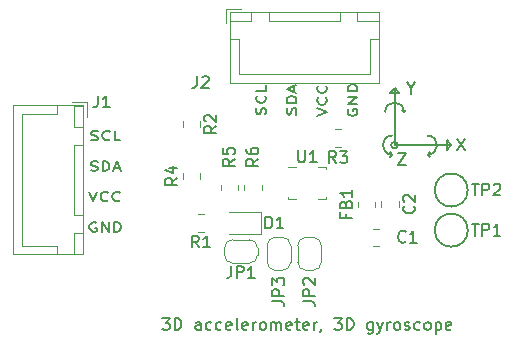
<source format=gbr>
%TF.GenerationSoftware,KiCad,Pcbnew,(6.0.6)*%
%TF.CreationDate,2022-09-15T15:55:45+09:00*%
%TF.ProjectId,LSM6DS3-breakout,4c534d36-4453-4332-9d62-7265616b6f75,rev?*%
%TF.SameCoordinates,Original*%
%TF.FileFunction,Legend,Top*%
%TF.FilePolarity,Positive*%
%FSLAX46Y46*%
G04 Gerber Fmt 4.6, Leading zero omitted, Abs format (unit mm)*
G04 Created by KiCad (PCBNEW (6.0.6)) date 2022-09-15 15:55:45*
%MOMM*%
%LPD*%
G01*
G04 APERTURE LIST*
%ADD10C,0.150000*%
%ADD11C,0.120000*%
G04 APERTURE END LIST*
D10*
X136800000Y-76400000D02*
X136800000Y-77200000D01*
X133200000Y-74000000D02*
X133000000Y-73800000D01*
X135200000Y-77600000D02*
G75*
G03*
X135200000Y-76000000I0J800000D01*
G01*
X137200000Y-76800000D02*
X136800000Y-76400000D01*
X136800000Y-77200000D02*
X137200000Y-76800000D01*
X132400000Y-76800000D02*
X137200000Y-76800000D01*
X132000000Y-72400000D02*
X132800000Y-72400000D01*
X135400000Y-77400000D02*
X135200000Y-77600000D01*
X132400000Y-76800000D02*
X132400000Y-72000000D01*
X132800000Y-72400000D02*
X132400000Y-72000000D01*
X135200000Y-77600000D02*
X135400000Y-77400000D01*
X135200000Y-77600000D02*
X135400000Y-77800000D01*
X132400000Y-72000000D02*
X132000000Y-72400000D01*
X133200000Y-74000000D02*
G75*
G03*
X131600000Y-74000000I-800000J0D01*
G01*
X132682843Y-76800000D02*
G75*
G03*
X132682843Y-76800000I-282843J0D01*
G01*
X132200000Y-76000000D02*
G75*
G03*
X132200000Y-77600000I0J-800000D01*
G01*
X132000000Y-77800000D02*
X132200000Y-77600000D01*
X133200000Y-74000000D02*
X133400000Y-73800000D01*
X132200000Y-77600000D02*
X132000000Y-77400000D01*
X133000000Y-73800000D02*
X133200000Y-74000000D01*
X132666666Y-77452380D02*
X133333333Y-77452380D01*
X132666666Y-78452380D01*
X133333333Y-78452380D01*
X133800000Y-71976190D02*
X133800000Y-72452380D01*
X133466666Y-71452380D02*
X133800000Y-71976190D01*
X134133333Y-71452380D01*
X121459809Y-74190476D02*
X121497904Y-74047619D01*
X121497904Y-73809523D01*
X121459809Y-73714285D01*
X121421714Y-73666666D01*
X121345523Y-73619047D01*
X121269333Y-73619047D01*
X121193142Y-73666666D01*
X121155047Y-73714285D01*
X121116952Y-73809523D01*
X121078857Y-74000000D01*
X121040761Y-74095238D01*
X121002666Y-74142857D01*
X120926476Y-74190476D01*
X120850285Y-74190476D01*
X120774095Y-74142857D01*
X120736000Y-74095238D01*
X120697904Y-74000000D01*
X120697904Y-73761904D01*
X120736000Y-73619047D01*
X121421714Y-72619047D02*
X121459809Y-72666666D01*
X121497904Y-72809523D01*
X121497904Y-72904761D01*
X121459809Y-73047619D01*
X121383619Y-73142857D01*
X121307428Y-73190476D01*
X121155047Y-73238095D01*
X121040761Y-73238095D01*
X120888380Y-73190476D01*
X120812190Y-73142857D01*
X120736000Y-73047619D01*
X120697904Y-72904761D01*
X120697904Y-72809523D01*
X120736000Y-72666666D01*
X120774095Y-72619047D01*
X121497904Y-71714285D02*
X121497904Y-72190476D01*
X120697904Y-72190476D01*
X124035809Y-74214285D02*
X124073904Y-74071428D01*
X124073904Y-73833333D01*
X124035809Y-73738095D01*
X123997714Y-73690476D01*
X123921523Y-73642857D01*
X123845333Y-73642857D01*
X123769142Y-73690476D01*
X123731047Y-73738095D01*
X123692952Y-73833333D01*
X123654857Y-74023809D01*
X123616761Y-74119047D01*
X123578666Y-74166666D01*
X123502476Y-74214285D01*
X123426285Y-74214285D01*
X123350095Y-74166666D01*
X123312000Y-74119047D01*
X123273904Y-74023809D01*
X123273904Y-73785714D01*
X123312000Y-73642857D01*
X124073904Y-73214285D02*
X123273904Y-73214285D01*
X123273904Y-72976190D01*
X123312000Y-72833333D01*
X123388190Y-72738095D01*
X123464380Y-72690476D01*
X123616761Y-72642857D01*
X123731047Y-72642857D01*
X123883428Y-72690476D01*
X123959619Y-72738095D01*
X124035809Y-72833333D01*
X124073904Y-72976190D01*
X124073904Y-73214285D01*
X123845333Y-72261904D02*
X123845333Y-71785714D01*
X124073904Y-72357142D02*
X123273904Y-72023809D01*
X124073904Y-71690476D01*
X125849904Y-74333333D02*
X126649904Y-74000000D01*
X125849904Y-73666666D01*
X126573714Y-72761904D02*
X126611809Y-72809523D01*
X126649904Y-72952380D01*
X126649904Y-73047619D01*
X126611809Y-73190476D01*
X126535619Y-73285714D01*
X126459428Y-73333333D01*
X126307047Y-73380952D01*
X126192761Y-73380952D01*
X126040380Y-73333333D01*
X125964190Y-73285714D01*
X125888000Y-73190476D01*
X125849904Y-73047619D01*
X125849904Y-72952380D01*
X125888000Y-72809523D01*
X125926095Y-72761904D01*
X126573714Y-71761904D02*
X126611809Y-71809523D01*
X126649904Y-71952380D01*
X126649904Y-72047619D01*
X126611809Y-72190476D01*
X126535619Y-72285714D01*
X126459428Y-72333333D01*
X126307047Y-72380952D01*
X126192761Y-72380952D01*
X126040380Y-72333333D01*
X125964190Y-72285714D01*
X125888000Y-72190476D01*
X125849904Y-72047619D01*
X125849904Y-71952380D01*
X125888000Y-71809523D01*
X125926095Y-71761904D01*
X128464000Y-73761904D02*
X128425904Y-73857142D01*
X128425904Y-74000000D01*
X128464000Y-74142857D01*
X128540190Y-74238095D01*
X128616380Y-74285714D01*
X128768761Y-74333333D01*
X128883047Y-74333333D01*
X129035428Y-74285714D01*
X129111619Y-74238095D01*
X129187809Y-74142857D01*
X129225904Y-74000000D01*
X129225904Y-73904761D01*
X129187809Y-73761904D01*
X129149714Y-73714285D01*
X128883047Y-73714285D01*
X128883047Y-73904761D01*
X129225904Y-73285714D02*
X128425904Y-73285714D01*
X129225904Y-72714285D01*
X128425904Y-72714285D01*
X129225904Y-72238095D02*
X128425904Y-72238095D01*
X128425904Y-72000000D01*
X128464000Y-71857142D01*
X128540190Y-71761904D01*
X128616380Y-71714285D01*
X128768761Y-71666666D01*
X128883047Y-71666666D01*
X129035428Y-71714285D01*
X129111619Y-71761904D01*
X129187809Y-71857142D01*
X129225904Y-72000000D01*
X129225904Y-72238095D01*
X106709523Y-76359809D02*
X106852380Y-76397904D01*
X107090476Y-76397904D01*
X107185714Y-76359809D01*
X107233333Y-76321714D01*
X107280952Y-76245523D01*
X107280952Y-76169333D01*
X107233333Y-76093142D01*
X107185714Y-76055047D01*
X107090476Y-76016952D01*
X106900000Y-75978857D01*
X106804761Y-75940761D01*
X106757142Y-75902666D01*
X106709523Y-75826476D01*
X106709523Y-75750285D01*
X106757142Y-75674095D01*
X106804761Y-75636000D01*
X106900000Y-75597904D01*
X107138095Y-75597904D01*
X107280952Y-75636000D01*
X108280952Y-76321714D02*
X108233333Y-76359809D01*
X108090476Y-76397904D01*
X107995238Y-76397904D01*
X107852380Y-76359809D01*
X107757142Y-76283619D01*
X107709523Y-76207428D01*
X107661904Y-76055047D01*
X107661904Y-75940761D01*
X107709523Y-75788380D01*
X107757142Y-75712190D01*
X107852380Y-75636000D01*
X107995238Y-75597904D01*
X108090476Y-75597904D01*
X108233333Y-75636000D01*
X108280952Y-75674095D01*
X109185714Y-76397904D02*
X108709523Y-76397904D01*
X108709523Y-75597904D01*
X106685714Y-78935809D02*
X106828571Y-78973904D01*
X107066666Y-78973904D01*
X107161904Y-78935809D01*
X107209523Y-78897714D01*
X107257142Y-78821523D01*
X107257142Y-78745333D01*
X107209523Y-78669142D01*
X107161904Y-78631047D01*
X107066666Y-78592952D01*
X106876190Y-78554857D01*
X106780952Y-78516761D01*
X106733333Y-78478666D01*
X106685714Y-78402476D01*
X106685714Y-78326285D01*
X106733333Y-78250095D01*
X106780952Y-78212000D01*
X106876190Y-78173904D01*
X107114285Y-78173904D01*
X107257142Y-78212000D01*
X107685714Y-78973904D02*
X107685714Y-78173904D01*
X107923809Y-78173904D01*
X108066666Y-78212000D01*
X108161904Y-78288190D01*
X108209523Y-78364380D01*
X108257142Y-78516761D01*
X108257142Y-78631047D01*
X108209523Y-78783428D01*
X108161904Y-78859619D01*
X108066666Y-78935809D01*
X107923809Y-78973904D01*
X107685714Y-78973904D01*
X108638095Y-78745333D02*
X109114285Y-78745333D01*
X108542857Y-78973904D02*
X108876190Y-78173904D01*
X109209523Y-78973904D01*
X106566666Y-80749904D02*
X106900000Y-81549904D01*
X107233333Y-80749904D01*
X108138095Y-81473714D02*
X108090476Y-81511809D01*
X107947619Y-81549904D01*
X107852380Y-81549904D01*
X107709523Y-81511809D01*
X107614285Y-81435619D01*
X107566666Y-81359428D01*
X107519047Y-81207047D01*
X107519047Y-81092761D01*
X107566666Y-80940380D01*
X107614285Y-80864190D01*
X107709523Y-80788000D01*
X107852380Y-80749904D01*
X107947619Y-80749904D01*
X108090476Y-80788000D01*
X108138095Y-80826095D01*
X109138095Y-81473714D02*
X109090476Y-81511809D01*
X108947619Y-81549904D01*
X108852380Y-81549904D01*
X108709523Y-81511809D01*
X108614285Y-81435619D01*
X108566666Y-81359428D01*
X108519047Y-81207047D01*
X108519047Y-81092761D01*
X108566666Y-80940380D01*
X108614285Y-80864190D01*
X108709523Y-80788000D01*
X108852380Y-80749904D01*
X108947619Y-80749904D01*
X109090476Y-80788000D01*
X109138095Y-80826095D01*
X107138095Y-83364000D02*
X107042857Y-83325904D01*
X106900000Y-83325904D01*
X106757142Y-83364000D01*
X106661904Y-83440190D01*
X106614285Y-83516380D01*
X106566666Y-83668761D01*
X106566666Y-83783047D01*
X106614285Y-83935428D01*
X106661904Y-84011619D01*
X106757142Y-84087809D01*
X106900000Y-84125904D01*
X106995238Y-84125904D01*
X107138095Y-84087809D01*
X107185714Y-84049714D01*
X107185714Y-83783047D01*
X106995238Y-83783047D01*
X107614285Y-84125904D02*
X107614285Y-83325904D01*
X108185714Y-84125904D01*
X108185714Y-83325904D01*
X108661904Y-84125904D02*
X108661904Y-83325904D01*
X108900000Y-83325904D01*
X109042857Y-83364000D01*
X109138095Y-83440190D01*
X109185714Y-83516380D01*
X109233333Y-83668761D01*
X109233333Y-83783047D01*
X109185714Y-83935428D01*
X109138095Y-84011619D01*
X109042857Y-84087809D01*
X108900000Y-84125904D01*
X108661904Y-84125904D01*
X137666666Y-76252380D02*
X138333333Y-77252380D01*
X138333333Y-76252380D02*
X137666666Y-77252380D01*
X112738095Y-91452380D02*
X113357142Y-91452380D01*
X113023809Y-91833333D01*
X113166666Y-91833333D01*
X113261904Y-91880952D01*
X113309523Y-91928571D01*
X113357142Y-92023809D01*
X113357142Y-92261904D01*
X113309523Y-92357142D01*
X113261904Y-92404761D01*
X113166666Y-92452380D01*
X112880952Y-92452380D01*
X112785714Y-92404761D01*
X112738095Y-92357142D01*
X113785714Y-92452380D02*
X113785714Y-91452380D01*
X114023809Y-91452380D01*
X114166666Y-91500000D01*
X114261904Y-91595238D01*
X114309523Y-91690476D01*
X114357142Y-91880952D01*
X114357142Y-92023809D01*
X114309523Y-92214285D01*
X114261904Y-92309523D01*
X114166666Y-92404761D01*
X114023809Y-92452380D01*
X113785714Y-92452380D01*
X115976190Y-92452380D02*
X115976190Y-91928571D01*
X115928571Y-91833333D01*
X115833333Y-91785714D01*
X115642857Y-91785714D01*
X115547619Y-91833333D01*
X115976190Y-92404761D02*
X115880952Y-92452380D01*
X115642857Y-92452380D01*
X115547619Y-92404761D01*
X115500000Y-92309523D01*
X115500000Y-92214285D01*
X115547619Y-92119047D01*
X115642857Y-92071428D01*
X115880952Y-92071428D01*
X115976190Y-92023809D01*
X116880952Y-92404761D02*
X116785714Y-92452380D01*
X116595238Y-92452380D01*
X116500000Y-92404761D01*
X116452380Y-92357142D01*
X116404761Y-92261904D01*
X116404761Y-91976190D01*
X116452380Y-91880952D01*
X116500000Y-91833333D01*
X116595238Y-91785714D01*
X116785714Y-91785714D01*
X116880952Y-91833333D01*
X117738095Y-92404761D02*
X117642857Y-92452380D01*
X117452380Y-92452380D01*
X117357142Y-92404761D01*
X117309523Y-92357142D01*
X117261904Y-92261904D01*
X117261904Y-91976190D01*
X117309523Y-91880952D01*
X117357142Y-91833333D01*
X117452380Y-91785714D01*
X117642857Y-91785714D01*
X117738095Y-91833333D01*
X118547619Y-92404761D02*
X118452380Y-92452380D01*
X118261904Y-92452380D01*
X118166666Y-92404761D01*
X118119047Y-92309523D01*
X118119047Y-91928571D01*
X118166666Y-91833333D01*
X118261904Y-91785714D01*
X118452380Y-91785714D01*
X118547619Y-91833333D01*
X118595238Y-91928571D01*
X118595238Y-92023809D01*
X118119047Y-92119047D01*
X119166666Y-92452380D02*
X119071428Y-92404761D01*
X119023809Y-92309523D01*
X119023809Y-91452380D01*
X119928571Y-92404761D02*
X119833333Y-92452380D01*
X119642857Y-92452380D01*
X119547619Y-92404761D01*
X119500000Y-92309523D01*
X119500000Y-91928571D01*
X119547619Y-91833333D01*
X119642857Y-91785714D01*
X119833333Y-91785714D01*
X119928571Y-91833333D01*
X119976190Y-91928571D01*
X119976190Y-92023809D01*
X119500000Y-92119047D01*
X120404761Y-92452380D02*
X120404761Y-91785714D01*
X120404761Y-91976190D02*
X120452380Y-91880952D01*
X120500000Y-91833333D01*
X120595238Y-91785714D01*
X120690476Y-91785714D01*
X121166666Y-92452380D02*
X121071428Y-92404761D01*
X121023809Y-92357142D01*
X120976190Y-92261904D01*
X120976190Y-91976190D01*
X121023809Y-91880952D01*
X121071428Y-91833333D01*
X121166666Y-91785714D01*
X121309523Y-91785714D01*
X121404761Y-91833333D01*
X121452380Y-91880952D01*
X121500000Y-91976190D01*
X121500000Y-92261904D01*
X121452380Y-92357142D01*
X121404761Y-92404761D01*
X121309523Y-92452380D01*
X121166666Y-92452380D01*
X121928571Y-92452380D02*
X121928571Y-91785714D01*
X121928571Y-91880952D02*
X121976190Y-91833333D01*
X122071428Y-91785714D01*
X122214285Y-91785714D01*
X122309523Y-91833333D01*
X122357142Y-91928571D01*
X122357142Y-92452380D01*
X122357142Y-91928571D02*
X122404761Y-91833333D01*
X122500000Y-91785714D01*
X122642857Y-91785714D01*
X122738095Y-91833333D01*
X122785714Y-91928571D01*
X122785714Y-92452380D01*
X123642857Y-92404761D02*
X123547619Y-92452380D01*
X123357142Y-92452380D01*
X123261904Y-92404761D01*
X123214285Y-92309523D01*
X123214285Y-91928571D01*
X123261904Y-91833333D01*
X123357142Y-91785714D01*
X123547619Y-91785714D01*
X123642857Y-91833333D01*
X123690476Y-91928571D01*
X123690476Y-92023809D01*
X123214285Y-92119047D01*
X123976190Y-91785714D02*
X124357142Y-91785714D01*
X124119047Y-91452380D02*
X124119047Y-92309523D01*
X124166666Y-92404761D01*
X124261904Y-92452380D01*
X124357142Y-92452380D01*
X125071428Y-92404761D02*
X124976190Y-92452380D01*
X124785714Y-92452380D01*
X124690476Y-92404761D01*
X124642857Y-92309523D01*
X124642857Y-91928571D01*
X124690476Y-91833333D01*
X124785714Y-91785714D01*
X124976190Y-91785714D01*
X125071428Y-91833333D01*
X125119047Y-91928571D01*
X125119047Y-92023809D01*
X124642857Y-92119047D01*
X125547619Y-92452380D02*
X125547619Y-91785714D01*
X125547619Y-91976190D02*
X125595238Y-91880952D01*
X125642857Y-91833333D01*
X125738095Y-91785714D01*
X125833333Y-91785714D01*
X126214285Y-92404761D02*
X126214285Y-92452380D01*
X126166666Y-92547619D01*
X126119047Y-92595238D01*
X127309523Y-91452380D02*
X127928571Y-91452380D01*
X127595238Y-91833333D01*
X127738095Y-91833333D01*
X127833333Y-91880952D01*
X127880952Y-91928571D01*
X127928571Y-92023809D01*
X127928571Y-92261904D01*
X127880952Y-92357142D01*
X127833333Y-92404761D01*
X127738095Y-92452380D01*
X127452380Y-92452380D01*
X127357142Y-92404761D01*
X127309523Y-92357142D01*
X128357142Y-92452380D02*
X128357142Y-91452380D01*
X128595238Y-91452380D01*
X128738095Y-91500000D01*
X128833333Y-91595238D01*
X128880952Y-91690476D01*
X128928571Y-91880952D01*
X128928571Y-92023809D01*
X128880952Y-92214285D01*
X128833333Y-92309523D01*
X128738095Y-92404761D01*
X128595238Y-92452380D01*
X128357142Y-92452380D01*
X130547619Y-91785714D02*
X130547619Y-92595238D01*
X130500000Y-92690476D01*
X130452380Y-92738095D01*
X130357142Y-92785714D01*
X130214285Y-92785714D01*
X130119047Y-92738095D01*
X130547619Y-92404761D02*
X130452380Y-92452380D01*
X130261904Y-92452380D01*
X130166666Y-92404761D01*
X130119047Y-92357142D01*
X130071428Y-92261904D01*
X130071428Y-91976190D01*
X130119047Y-91880952D01*
X130166666Y-91833333D01*
X130261904Y-91785714D01*
X130452380Y-91785714D01*
X130547619Y-91833333D01*
X130928571Y-91785714D02*
X131166666Y-92452380D01*
X131404761Y-91785714D02*
X131166666Y-92452380D01*
X131071428Y-92690476D01*
X131023809Y-92738095D01*
X130928571Y-92785714D01*
X131785714Y-92452380D02*
X131785714Y-91785714D01*
X131785714Y-91976190D02*
X131833333Y-91880952D01*
X131880952Y-91833333D01*
X131976190Y-91785714D01*
X132071428Y-91785714D01*
X132547619Y-92452380D02*
X132452380Y-92404761D01*
X132404761Y-92357142D01*
X132357142Y-92261904D01*
X132357142Y-91976190D01*
X132404761Y-91880952D01*
X132452380Y-91833333D01*
X132547619Y-91785714D01*
X132690476Y-91785714D01*
X132785714Y-91833333D01*
X132833333Y-91880952D01*
X132880952Y-91976190D01*
X132880952Y-92261904D01*
X132833333Y-92357142D01*
X132785714Y-92404761D01*
X132690476Y-92452380D01*
X132547619Y-92452380D01*
X133261904Y-92404761D02*
X133357142Y-92452380D01*
X133547619Y-92452380D01*
X133642857Y-92404761D01*
X133690476Y-92309523D01*
X133690476Y-92261904D01*
X133642857Y-92166666D01*
X133547619Y-92119047D01*
X133404761Y-92119047D01*
X133309523Y-92071428D01*
X133261904Y-91976190D01*
X133261904Y-91928571D01*
X133309523Y-91833333D01*
X133404761Y-91785714D01*
X133547619Y-91785714D01*
X133642857Y-91833333D01*
X134547619Y-92404761D02*
X134452380Y-92452380D01*
X134261904Y-92452380D01*
X134166666Y-92404761D01*
X134119047Y-92357142D01*
X134071428Y-92261904D01*
X134071428Y-91976190D01*
X134119047Y-91880952D01*
X134166666Y-91833333D01*
X134261904Y-91785714D01*
X134452380Y-91785714D01*
X134547619Y-91833333D01*
X135119047Y-92452380D02*
X135023809Y-92404761D01*
X134976190Y-92357142D01*
X134928571Y-92261904D01*
X134928571Y-91976190D01*
X134976190Y-91880952D01*
X135023809Y-91833333D01*
X135119047Y-91785714D01*
X135261904Y-91785714D01*
X135357142Y-91833333D01*
X135404761Y-91880952D01*
X135452380Y-91976190D01*
X135452380Y-92261904D01*
X135404761Y-92357142D01*
X135357142Y-92404761D01*
X135261904Y-92452380D01*
X135119047Y-92452380D01*
X135880952Y-91785714D02*
X135880952Y-92785714D01*
X135880952Y-91833333D02*
X135976190Y-91785714D01*
X136166666Y-91785714D01*
X136261904Y-91833333D01*
X136309523Y-91880952D01*
X136357142Y-91976190D01*
X136357142Y-92261904D01*
X136309523Y-92357142D01*
X136261904Y-92404761D01*
X136166666Y-92452380D01*
X135976190Y-92452380D01*
X135880952Y-92404761D01*
X137166666Y-92404761D02*
X137071428Y-92452380D01*
X136880952Y-92452380D01*
X136785714Y-92404761D01*
X136738095Y-92309523D01*
X136738095Y-91928571D01*
X136785714Y-91833333D01*
X136880952Y-91785714D01*
X137071428Y-91785714D01*
X137166666Y-91833333D01*
X137214285Y-91928571D01*
X137214285Y-92023809D01*
X136738095Y-92119047D01*
%TO.C,C1*%
X133333333Y-84957142D02*
X133285714Y-85004761D01*
X133142857Y-85052380D01*
X133047619Y-85052380D01*
X132904761Y-85004761D01*
X132809523Y-84909523D01*
X132761904Y-84814285D01*
X132714285Y-84623809D01*
X132714285Y-84480952D01*
X132761904Y-84290476D01*
X132809523Y-84195238D01*
X132904761Y-84100000D01*
X133047619Y-84052380D01*
X133142857Y-84052380D01*
X133285714Y-84100000D01*
X133333333Y-84147619D01*
X134285714Y-85052380D02*
X133714285Y-85052380D01*
X134000000Y-85052380D02*
X134000000Y-84052380D01*
X133904761Y-84195238D01*
X133809523Y-84290476D01*
X133714285Y-84338095D01*
%TO.C,R3*%
X127433333Y-78302380D02*
X127100000Y-77826190D01*
X126861904Y-78302380D02*
X126861904Y-77302380D01*
X127242857Y-77302380D01*
X127338095Y-77350000D01*
X127385714Y-77397619D01*
X127433333Y-77492857D01*
X127433333Y-77635714D01*
X127385714Y-77730952D01*
X127338095Y-77778571D01*
X127242857Y-77826190D01*
X126861904Y-77826190D01*
X127766666Y-77302380D02*
X128385714Y-77302380D01*
X128052380Y-77683333D01*
X128195238Y-77683333D01*
X128290476Y-77730952D01*
X128338095Y-77778571D01*
X128385714Y-77873809D01*
X128385714Y-78111904D01*
X128338095Y-78207142D01*
X128290476Y-78254761D01*
X128195238Y-78302380D01*
X127909523Y-78302380D01*
X127814285Y-78254761D01*
X127766666Y-78207142D01*
%TO.C,FB1*%
X128278571Y-82633333D02*
X128278571Y-82966666D01*
X128802380Y-82966666D02*
X127802380Y-82966666D01*
X127802380Y-82490476D01*
X128278571Y-81776190D02*
X128326190Y-81633333D01*
X128373809Y-81585714D01*
X128469047Y-81538095D01*
X128611904Y-81538095D01*
X128707142Y-81585714D01*
X128754761Y-81633333D01*
X128802380Y-81728571D01*
X128802380Y-82109523D01*
X127802380Y-82109523D01*
X127802380Y-81776190D01*
X127850000Y-81680952D01*
X127897619Y-81633333D01*
X127992857Y-81585714D01*
X128088095Y-81585714D01*
X128183333Y-81633333D01*
X128230952Y-81680952D01*
X128278571Y-81776190D01*
X128278571Y-82109523D01*
X128802380Y-80585714D02*
X128802380Y-81157142D01*
X128802380Y-80871428D02*
X127802380Y-80871428D01*
X127945238Y-80966666D01*
X128040476Y-81061904D01*
X128088095Y-81157142D01*
%TO.C,TP2*%
X138938095Y-80052380D02*
X139509523Y-80052380D01*
X139223809Y-81052380D02*
X139223809Y-80052380D01*
X139842857Y-81052380D02*
X139842857Y-80052380D01*
X140223809Y-80052380D01*
X140319047Y-80100000D01*
X140366666Y-80147619D01*
X140414285Y-80242857D01*
X140414285Y-80385714D01*
X140366666Y-80480952D01*
X140319047Y-80528571D01*
X140223809Y-80576190D01*
X139842857Y-80576190D01*
X140795238Y-80147619D02*
X140842857Y-80100000D01*
X140938095Y-80052380D01*
X141176190Y-80052380D01*
X141271428Y-80100000D01*
X141319047Y-80147619D01*
X141366666Y-80242857D01*
X141366666Y-80338095D01*
X141319047Y-80480952D01*
X140747619Y-81052380D01*
X141366666Y-81052380D01*
%TO.C,J2*%
X115666666Y-70962380D02*
X115666666Y-71676666D01*
X115619047Y-71819523D01*
X115523809Y-71914761D01*
X115380952Y-71962380D01*
X115285714Y-71962380D01*
X116095238Y-71057619D02*
X116142857Y-71010000D01*
X116238095Y-70962380D01*
X116476190Y-70962380D01*
X116571428Y-71010000D01*
X116619047Y-71057619D01*
X116666666Y-71152857D01*
X116666666Y-71248095D01*
X116619047Y-71390952D01*
X116047619Y-71962380D01*
X116666666Y-71962380D01*
%TO.C,U1*%
X124238095Y-77252380D02*
X124238095Y-78061904D01*
X124285714Y-78157142D01*
X124333333Y-78204761D01*
X124428571Y-78252380D01*
X124619047Y-78252380D01*
X124714285Y-78204761D01*
X124761904Y-78157142D01*
X124809523Y-78061904D01*
X124809523Y-77252380D01*
X125809523Y-78252380D02*
X125238095Y-78252380D01*
X125523809Y-78252380D02*
X125523809Y-77252380D01*
X125428571Y-77395238D01*
X125333333Y-77490476D01*
X125238095Y-77538095D01*
%TO.C,R6*%
X120852380Y-77966666D02*
X120376190Y-78300000D01*
X120852380Y-78538095D02*
X119852380Y-78538095D01*
X119852380Y-78157142D01*
X119900000Y-78061904D01*
X119947619Y-78014285D01*
X120042857Y-77966666D01*
X120185714Y-77966666D01*
X120280952Y-78014285D01*
X120328571Y-78061904D01*
X120376190Y-78157142D01*
X120376190Y-78538095D01*
X119852380Y-77109523D02*
X119852380Y-77300000D01*
X119900000Y-77395238D01*
X119947619Y-77442857D01*
X120090476Y-77538095D01*
X120280952Y-77585714D01*
X120661904Y-77585714D01*
X120757142Y-77538095D01*
X120804761Y-77490476D01*
X120852380Y-77395238D01*
X120852380Y-77204761D01*
X120804761Y-77109523D01*
X120757142Y-77061904D01*
X120661904Y-77014285D01*
X120423809Y-77014285D01*
X120328571Y-77061904D01*
X120280952Y-77109523D01*
X120233333Y-77204761D01*
X120233333Y-77395238D01*
X120280952Y-77490476D01*
X120328571Y-77538095D01*
X120423809Y-77585714D01*
%TO.C,R2*%
X117302380Y-75166666D02*
X116826190Y-75500000D01*
X117302380Y-75738095D02*
X116302380Y-75738095D01*
X116302380Y-75357142D01*
X116350000Y-75261904D01*
X116397619Y-75214285D01*
X116492857Y-75166666D01*
X116635714Y-75166666D01*
X116730952Y-75214285D01*
X116778571Y-75261904D01*
X116826190Y-75357142D01*
X116826190Y-75738095D01*
X116397619Y-74785714D02*
X116350000Y-74738095D01*
X116302380Y-74642857D01*
X116302380Y-74404761D01*
X116350000Y-74309523D01*
X116397619Y-74261904D01*
X116492857Y-74214285D01*
X116588095Y-74214285D01*
X116730952Y-74261904D01*
X117302380Y-74833333D01*
X117302380Y-74214285D01*
%TO.C,JP1*%
X118566666Y-87052380D02*
X118566666Y-87766666D01*
X118519047Y-87909523D01*
X118423809Y-88004761D01*
X118280952Y-88052380D01*
X118185714Y-88052380D01*
X119042857Y-88052380D02*
X119042857Y-87052380D01*
X119423809Y-87052380D01*
X119519047Y-87100000D01*
X119566666Y-87147619D01*
X119614285Y-87242857D01*
X119614285Y-87385714D01*
X119566666Y-87480952D01*
X119519047Y-87528571D01*
X119423809Y-87576190D01*
X119042857Y-87576190D01*
X120566666Y-88052380D02*
X119995238Y-88052380D01*
X120280952Y-88052380D02*
X120280952Y-87052380D01*
X120185714Y-87195238D01*
X120090476Y-87290476D01*
X119995238Y-87338095D01*
%TO.C,JP3*%
X122052380Y-90033333D02*
X122766666Y-90033333D01*
X122909523Y-90080952D01*
X123004761Y-90176190D01*
X123052380Y-90319047D01*
X123052380Y-90414285D01*
X123052380Y-89557142D02*
X122052380Y-89557142D01*
X122052380Y-89176190D01*
X122100000Y-89080952D01*
X122147619Y-89033333D01*
X122242857Y-88985714D01*
X122385714Y-88985714D01*
X122480952Y-89033333D01*
X122528571Y-89080952D01*
X122576190Y-89176190D01*
X122576190Y-89557142D01*
X122052380Y-88652380D02*
X122052380Y-88033333D01*
X122433333Y-88366666D01*
X122433333Y-88223809D01*
X122480952Y-88128571D01*
X122528571Y-88080952D01*
X122623809Y-88033333D01*
X122861904Y-88033333D01*
X122957142Y-88080952D01*
X123004761Y-88128571D01*
X123052380Y-88223809D01*
X123052380Y-88509523D01*
X123004761Y-88604761D01*
X122957142Y-88652380D01*
%TO.C,J1*%
X107266666Y-72602380D02*
X107266666Y-73316666D01*
X107219047Y-73459523D01*
X107123809Y-73554761D01*
X106980952Y-73602380D01*
X106885714Y-73602380D01*
X108266666Y-73602380D02*
X107695238Y-73602380D01*
X107980952Y-73602380D02*
X107980952Y-72602380D01*
X107885714Y-72745238D01*
X107790476Y-72840476D01*
X107695238Y-72888095D01*
%TO.C,R1*%
X115833333Y-85452380D02*
X115500000Y-84976190D01*
X115261904Y-85452380D02*
X115261904Y-84452380D01*
X115642857Y-84452380D01*
X115738095Y-84500000D01*
X115785714Y-84547619D01*
X115833333Y-84642857D01*
X115833333Y-84785714D01*
X115785714Y-84880952D01*
X115738095Y-84928571D01*
X115642857Y-84976190D01*
X115261904Y-84976190D01*
X116785714Y-85452380D02*
X116214285Y-85452380D01*
X116500000Y-85452380D02*
X116500000Y-84452380D01*
X116404761Y-84595238D01*
X116309523Y-84690476D01*
X116214285Y-84738095D01*
%TO.C,D1*%
X121461904Y-83852380D02*
X121461904Y-82852380D01*
X121700000Y-82852380D01*
X121842857Y-82900000D01*
X121938095Y-82995238D01*
X121985714Y-83090476D01*
X122033333Y-83280952D01*
X122033333Y-83423809D01*
X121985714Y-83614285D01*
X121938095Y-83709523D01*
X121842857Y-83804761D01*
X121700000Y-83852380D01*
X121461904Y-83852380D01*
X122985714Y-83852380D02*
X122414285Y-83852380D01*
X122700000Y-83852380D02*
X122700000Y-82852380D01*
X122604761Y-82995238D01*
X122509523Y-83090476D01*
X122414285Y-83138095D01*
%TO.C,JP2*%
X124652380Y-90033333D02*
X125366666Y-90033333D01*
X125509523Y-90080952D01*
X125604761Y-90176190D01*
X125652380Y-90319047D01*
X125652380Y-90414285D01*
X125652380Y-89557142D02*
X124652380Y-89557142D01*
X124652380Y-89176190D01*
X124700000Y-89080952D01*
X124747619Y-89033333D01*
X124842857Y-88985714D01*
X124985714Y-88985714D01*
X125080952Y-89033333D01*
X125128571Y-89080952D01*
X125176190Y-89176190D01*
X125176190Y-89557142D01*
X124747619Y-88604761D02*
X124700000Y-88557142D01*
X124652380Y-88461904D01*
X124652380Y-88223809D01*
X124700000Y-88128571D01*
X124747619Y-88080952D01*
X124842857Y-88033333D01*
X124938095Y-88033333D01*
X125080952Y-88080952D01*
X125652380Y-88652380D01*
X125652380Y-88033333D01*
%TO.C,R4*%
X114002380Y-79566666D02*
X113526190Y-79900000D01*
X114002380Y-80138095D02*
X113002380Y-80138095D01*
X113002380Y-79757142D01*
X113050000Y-79661904D01*
X113097619Y-79614285D01*
X113192857Y-79566666D01*
X113335714Y-79566666D01*
X113430952Y-79614285D01*
X113478571Y-79661904D01*
X113526190Y-79757142D01*
X113526190Y-80138095D01*
X113335714Y-78709523D02*
X114002380Y-78709523D01*
X112954761Y-78947619D02*
X113669047Y-79185714D01*
X113669047Y-78566666D01*
%TO.C,C2*%
X134037142Y-81966666D02*
X134084761Y-82014285D01*
X134132380Y-82157142D01*
X134132380Y-82252380D01*
X134084761Y-82395238D01*
X133989523Y-82490476D01*
X133894285Y-82538095D01*
X133703809Y-82585714D01*
X133560952Y-82585714D01*
X133370476Y-82538095D01*
X133275238Y-82490476D01*
X133180000Y-82395238D01*
X133132380Y-82252380D01*
X133132380Y-82157142D01*
X133180000Y-82014285D01*
X133227619Y-81966666D01*
X133227619Y-81585714D02*
X133180000Y-81538095D01*
X133132380Y-81442857D01*
X133132380Y-81204761D01*
X133180000Y-81109523D01*
X133227619Y-81061904D01*
X133322857Y-81014285D01*
X133418095Y-81014285D01*
X133560952Y-81061904D01*
X134132380Y-81633333D01*
X134132380Y-81014285D01*
%TO.C,TP1*%
X138938095Y-83452380D02*
X139509523Y-83452380D01*
X139223809Y-84452380D02*
X139223809Y-83452380D01*
X139842857Y-84452380D02*
X139842857Y-83452380D01*
X140223809Y-83452380D01*
X140319047Y-83500000D01*
X140366666Y-83547619D01*
X140414285Y-83642857D01*
X140414285Y-83785714D01*
X140366666Y-83880952D01*
X140319047Y-83928571D01*
X140223809Y-83976190D01*
X139842857Y-83976190D01*
X141366666Y-84452380D02*
X140795238Y-84452380D01*
X141080952Y-84452380D02*
X141080952Y-83452380D01*
X140985714Y-83595238D01*
X140890476Y-83690476D01*
X140795238Y-83738095D01*
%TO.C,R5*%
X118852380Y-77966666D02*
X118376190Y-78300000D01*
X118852380Y-78538095D02*
X117852380Y-78538095D01*
X117852380Y-78157142D01*
X117900000Y-78061904D01*
X117947619Y-78014285D01*
X118042857Y-77966666D01*
X118185714Y-77966666D01*
X118280952Y-78014285D01*
X118328571Y-78061904D01*
X118376190Y-78157142D01*
X118376190Y-78538095D01*
X117852380Y-77061904D02*
X117852380Y-77538095D01*
X118328571Y-77585714D01*
X118280952Y-77538095D01*
X118233333Y-77442857D01*
X118233333Y-77204761D01*
X118280952Y-77109523D01*
X118328571Y-77061904D01*
X118423809Y-77014285D01*
X118661904Y-77014285D01*
X118757142Y-77061904D01*
X118804761Y-77109523D01*
X118852380Y-77204761D01*
X118852380Y-77442857D01*
X118804761Y-77538095D01*
X118757142Y-77585714D01*
D11*
%TO.C,C1*%
X130538748Y-83865000D02*
X131061252Y-83865000D01*
X130538748Y-85335000D02*
X131061252Y-85335000D01*
%TO.C,R3*%
X127827064Y-76935000D02*
X127372936Y-76935000D01*
X127827064Y-75465000D02*
X127372936Y-75465000D01*
%TO.C,FB1*%
X130735000Y-82027064D02*
X130735000Y-81572936D01*
X129265000Y-82027064D02*
X129265000Y-81572936D01*
D10*
%TO.C,TP2*%
X138600000Y-80600000D02*
G75*
G03*
X138600000Y-80600000I-1400000J0D01*
G01*
D11*
%TO.C,J2*%
X131050000Y-66300000D02*
X131050000Y-65550000D01*
X130300000Y-70750000D02*
X124750000Y-70750000D01*
X118450000Y-66300000D02*
X120250000Y-66300000D01*
X118440000Y-71510000D02*
X131060000Y-71510000D01*
X118450000Y-67800000D02*
X119200000Y-67800000D01*
X118440000Y-65540000D02*
X118440000Y-71510000D01*
X118150000Y-65250000D02*
X118150000Y-66500000D01*
X119200000Y-67800000D02*
X119200000Y-70750000D01*
X131060000Y-71510000D02*
X131060000Y-65540000D01*
X121750000Y-65550000D02*
X121750000Y-66300000D01*
X127750000Y-65550000D02*
X121750000Y-65550000D01*
X127750000Y-66300000D02*
X127750000Y-65550000D01*
X129250000Y-66300000D02*
X131050000Y-66300000D01*
X129250000Y-65550000D02*
X129250000Y-66300000D01*
X131050000Y-67800000D02*
X130300000Y-67800000D01*
X131060000Y-65540000D02*
X118440000Y-65540000D01*
X130300000Y-67800000D02*
X130300000Y-70750000D01*
X119200000Y-70750000D02*
X124750000Y-70750000D01*
X118450000Y-65550000D02*
X118450000Y-66300000D01*
X119400000Y-65250000D02*
X118150000Y-65250000D01*
X121750000Y-66300000D02*
X127750000Y-66300000D01*
X120250000Y-66300000D02*
X120250000Y-65550000D01*
X120250000Y-65550000D02*
X118450000Y-65550000D01*
X131050000Y-65550000D02*
X129250000Y-65550000D01*
%TO.C,U1*%
X125960000Y-81360000D02*
X126610000Y-81360000D01*
X123390000Y-81360000D02*
X123390000Y-81210000D01*
X125960000Y-78640000D02*
X126610000Y-78640000D01*
X124040000Y-78640000D02*
X123390000Y-78640000D01*
X124040000Y-81360000D02*
X123390000Y-81360000D01*
X126610000Y-81360000D02*
X126610000Y-81210000D01*
X126610000Y-78640000D02*
X126610000Y-78790000D01*
%TO.C,R6*%
X119665000Y-80172936D02*
X119665000Y-80627064D01*
X121135000Y-80172936D02*
X121135000Y-80627064D01*
%TO.C,R2*%
X115935000Y-74772936D02*
X115935000Y-75227064D01*
X114465000Y-74772936D02*
X114465000Y-75227064D01*
%TO.C,JP1*%
X120800000Y-85500000D02*
X120800000Y-86100000D01*
X118000000Y-86100000D02*
X118000000Y-85500000D01*
X120100000Y-86800000D02*
X118700000Y-86800000D01*
X118700000Y-84800000D02*
X120100000Y-84800000D01*
X118700000Y-84800000D02*
G75*
G03*
X118000000Y-85500000I0J-700000D01*
G01*
X118000000Y-86100000D02*
G75*
G03*
X118700000Y-86800000I700000J0D01*
G01*
X120800000Y-85500000D02*
G75*
G03*
X120100000Y-84800000I-699999J1D01*
G01*
X120100000Y-86800000D02*
G75*
G03*
X120800000Y-86100000I1J699999D01*
G01*
%TO.C,JP3*%
X122300000Y-84600000D02*
X122900000Y-84600000D01*
X122900000Y-87400000D02*
X122300000Y-87400000D01*
X121600000Y-86700000D02*
X121600000Y-85300000D01*
X123600000Y-85300000D02*
X123600000Y-86700000D01*
X123600000Y-85300000D02*
G75*
G03*
X122900000Y-84600000I-699999J1D01*
G01*
X121600000Y-86700000D02*
G75*
G03*
X122300000Y-87400000I700000J0D01*
G01*
X122300000Y-84600000D02*
G75*
G03*
X121600000Y-85300000I-1J-699999D01*
G01*
X122900000Y-87400000D02*
G75*
G03*
X123600000Y-86700000I0J700000D01*
G01*
%TO.C,J1*%
X103800000Y-86050000D02*
X103800000Y-85300000D01*
X100090000Y-73440000D02*
X100090000Y-86060000D01*
X105300000Y-73450000D02*
X105300000Y-75250000D01*
X106060000Y-73440000D02*
X100090000Y-73440000D01*
X106050000Y-82750000D02*
X106050000Y-76750000D01*
X105300000Y-86050000D02*
X106050000Y-86050000D01*
X100850000Y-74200000D02*
X100850000Y-79750000D01*
X106050000Y-73450000D02*
X105300000Y-73450000D01*
X106050000Y-75250000D02*
X106050000Y-73450000D01*
X105300000Y-75250000D02*
X106050000Y-75250000D01*
X105300000Y-84250000D02*
X105300000Y-86050000D01*
X103800000Y-74200000D02*
X100850000Y-74200000D01*
X106350000Y-73150000D02*
X105100000Y-73150000D01*
X103800000Y-73450000D02*
X103800000Y-74200000D01*
X106050000Y-76750000D02*
X105300000Y-76750000D01*
X106060000Y-86060000D02*
X106060000Y-73440000D01*
X103800000Y-85300000D02*
X100850000Y-85300000D01*
X106050000Y-86050000D02*
X106050000Y-84250000D01*
X100090000Y-86060000D02*
X106060000Y-86060000D01*
X106050000Y-84250000D02*
X105300000Y-84250000D01*
X100850000Y-85300000D02*
X100850000Y-79750000D01*
X106350000Y-74400000D02*
X106350000Y-73150000D01*
X105300000Y-76750000D02*
X105300000Y-82750000D01*
X105300000Y-82750000D02*
X106050000Y-82750000D01*
%TO.C,R1*%
X115772936Y-82665000D02*
X116227064Y-82665000D01*
X115772936Y-84135000D02*
X116227064Y-84135000D01*
%TO.C,D1*%
X121085000Y-82440000D02*
X118400000Y-82440000D01*
X121085000Y-84360000D02*
X121085000Y-82440000D01*
X118400000Y-84360000D02*
X121085000Y-84360000D01*
%TO.C,JP2*%
X125500000Y-87400000D02*
X124900000Y-87400000D01*
X126200000Y-85300000D02*
X126200000Y-86700000D01*
X124200000Y-86700000D02*
X124200000Y-85300000D01*
X124900000Y-84600000D02*
X125500000Y-84600000D01*
X124900000Y-84600000D02*
G75*
G03*
X124200000Y-85300000I-1J-699999D01*
G01*
X124200000Y-86700000D02*
G75*
G03*
X124900000Y-87400000I700000J0D01*
G01*
X126200000Y-85300000D02*
G75*
G03*
X125500000Y-84600000I-699999J1D01*
G01*
X125500000Y-87400000D02*
G75*
G03*
X126200000Y-86700000I0J700000D01*
G01*
%TO.C,R4*%
X114465000Y-79627064D02*
X114465000Y-79172936D01*
X115935000Y-79627064D02*
X115935000Y-79172936D01*
%TO.C,C2*%
X131265000Y-81538748D02*
X131265000Y-82061252D01*
X132735000Y-81538748D02*
X132735000Y-82061252D01*
D10*
%TO.C,TP1*%
X138600000Y-84000000D02*
G75*
G03*
X138600000Y-84000000I-1400000J0D01*
G01*
D11*
%TO.C,R5*%
X119135000Y-80627064D02*
X119135000Y-80172936D01*
X117665000Y-80627064D02*
X117665000Y-80172936D01*
%TD*%
M02*

</source>
